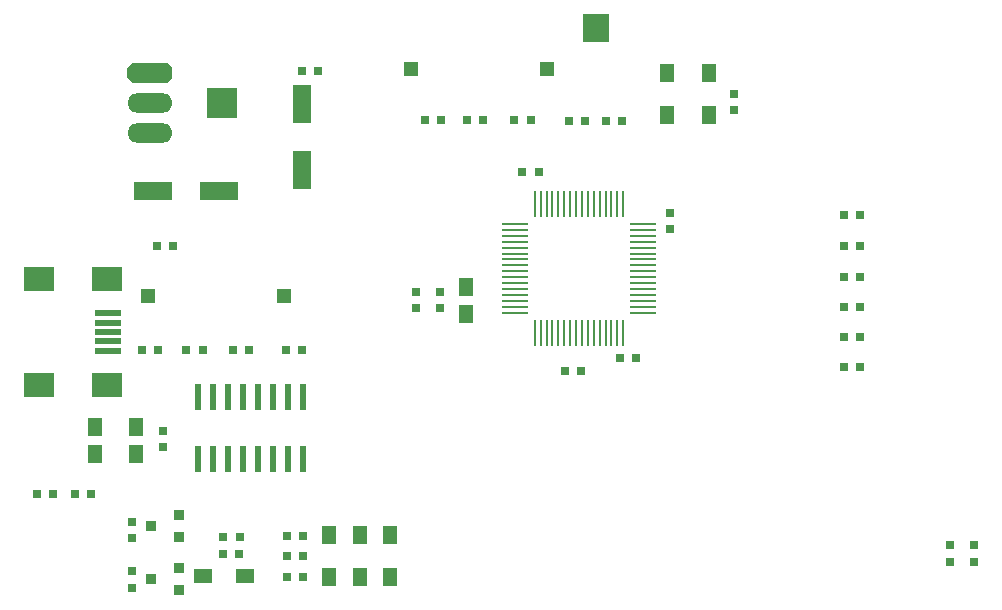
<source format=gtp>
%FSLAX24Y24*%
%MOIN*%
G70*
G01*
G75*
G04 Layer_Color=8421504*
%ADD10C,0.0050*%
%ADD11R,0.0500X0.0500*%
%ADD12R,0.0860X0.0921*%
%ADD13R,0.0100X0.0866*%
%ADD14R,0.0866X0.0100*%
%ADD15R,0.0300X0.0300*%
%ADD16R,0.0300X0.0300*%
%ADD17R,0.0374X0.0354*%
%ADD18R,0.0374X0.0354*%
%ADD19R,0.0500X0.0600*%
%ADD20R,0.0591X0.0512*%
%ADD21R,0.0512X0.0591*%
%ADD22R,0.0591X0.1260*%
%ADD23R,0.1260X0.0591*%
%ADD24R,0.0236X0.0866*%
G04:AMPARAMS|DCode=25|XSize=150mil|YSize=65mil|CornerRadius=0mil|HoleSize=0mil|Usage=FLASHONLY|Rotation=0.000|XOffset=0mil|YOffset=0mil|HoleType=Round|Shape=Octagon|*
%AMOCTAGOND25*
4,1,8,0.0750,-0.0163,0.0750,0.0163,0.0588,0.0325,-0.0588,0.0325,-0.0750,0.0163,-0.0750,-0.0163,-0.0588,-0.0325,0.0588,-0.0325,0.0750,-0.0163,0.0*
%
%ADD25OCTAGOND25*%

%ADD26O,0.1500X0.0650*%
%ADD27R,0.1000X0.1000*%
%ADD28R,0.0984X0.0787*%
%ADD29R,0.0906X0.0197*%
%ADD30R,0.0984X0.0787*%
%ADD31C,0.0150*%
%ADD32C,0.0060*%
%ADD33C,0.0200*%
%ADD34C,0.0300*%
%ADD35C,0.0120*%
%ADD36C,0.0400*%
%ADD37C,0.0600*%
%ADD38R,0.0870X0.0290*%
%ADD39R,0.1156X0.0353*%
%ADD40C,0.1181*%
%ADD41C,0.0500*%
%ADD42O,0.0400X0.0500*%
%ADD43C,0.0591*%
%ADD44R,0.0591X0.0591*%
%ADD45R,0.0591X0.0591*%
%ADD46C,0.0620*%
%ADD47C,0.0236*%
%ADD48C,0.0433*%
%ADD49C,0.0240*%
%ADD50O,0.0984X0.2362*%
G04:AMPARAMS|DCode=51|XSize=98.4mil|YSize=236.2mil|CornerRadius=0mil|HoleSize=0mil|Usage=FLASHONLY|Rotation=180.000|XOffset=0mil|YOffset=0mil|HoleType=Round|Shape=Octagon|*
%AMOCTAGOND51*
4,1,8,0.0246,-0.1181,-0.0246,-0.1181,-0.0492,-0.0935,-0.0492,0.0935,-0.0246,0.1181,0.0246,0.1181,0.0492,0.0935,0.0492,-0.0935,0.0246,-0.1181,0.0*
%
%ADD51OCTAGOND51*%

%ADD52R,0.0550X0.0650*%
%ADD53R,0.0520X0.0715*%
%ADD54C,0.0100*%
%ADD55C,0.0080*%
%ADD56C,0.0079*%
%ADD57C,0.0098*%
%ADD58R,0.0100X0.0300*%
%ADD59R,0.0300X0.0100*%
%ADD60R,0.0107X0.0800*%
%ADD61R,0.0800X0.0107*%
D11*
X4697Y13491D02*
D03*
X9224D02*
D03*
X17973Y21071D02*
D03*
X13446D02*
D03*
D12*
X19630Y22425D02*
D03*
D13*
X17572Y16561D02*
D03*
X17769Y16561D02*
D03*
X17966Y16561D02*
D03*
X18163D02*
D03*
X18359Y16561D02*
D03*
X18556Y16561D02*
D03*
X18753D02*
D03*
X18950Y16561D02*
D03*
X19147Y16561D02*
D03*
X19344D02*
D03*
X19541D02*
D03*
X19737Y16561D02*
D03*
X19934Y16561D02*
D03*
X20131D02*
D03*
X20328Y16561D02*
D03*
X20525Y16561D02*
D03*
X20525Y12269D02*
D03*
X20328D02*
D03*
X20131D02*
D03*
X19934Y12269D02*
D03*
X19737Y12269D02*
D03*
X19541D02*
D03*
X19344Y12269D02*
D03*
X19147Y12269D02*
D03*
X18950D02*
D03*
X18753Y12269D02*
D03*
X18556Y12269D02*
D03*
X18359D02*
D03*
X18163D02*
D03*
X17966Y12269D02*
D03*
X17769Y12269D02*
D03*
X17572D02*
D03*
D14*
X21194Y15891D02*
D03*
X21194Y15694D02*
D03*
X21194Y15498D02*
D03*
X21194Y15301D02*
D03*
Y15104D02*
D03*
X21194Y14907D02*
D03*
Y14710D02*
D03*
X21194Y14513D02*
D03*
X21194Y14316D02*
D03*
X21194Y14120D02*
D03*
X21194Y13923D02*
D03*
X21194Y13726D02*
D03*
X21194Y13529D02*
D03*
X21194Y13332D02*
D03*
X21194Y13135D02*
D03*
X21194Y12939D02*
D03*
X16903D02*
D03*
X16903Y13135D02*
D03*
X16903Y13332D02*
D03*
Y13529D02*
D03*
X16903Y13726D02*
D03*
Y13923D02*
D03*
X16903Y14120D02*
D03*
Y14316D02*
D03*
X16903Y14513D02*
D03*
X16903Y14710D02*
D03*
Y14907D02*
D03*
X16903Y15104D02*
D03*
X16903Y15301D02*
D03*
X16903Y15498D02*
D03*
X16903Y15694D02*
D03*
X16903Y15891D02*
D03*
D15*
X5015Y11690D02*
D03*
X4470Y11691D02*
D03*
X28420Y16200D02*
D03*
X27875Y16201D02*
D03*
X28420Y15165D02*
D03*
X27875Y15166D02*
D03*
X7735Y5460D02*
D03*
X7190Y5461D02*
D03*
X28420Y14130D02*
D03*
X27875Y14131D02*
D03*
X28420Y13130D02*
D03*
X27875Y13131D02*
D03*
X28420Y12130D02*
D03*
X27875Y12131D02*
D03*
X7180Y4891D02*
D03*
X7725Y4890D02*
D03*
X15855Y19361D02*
D03*
X15310Y19361D02*
D03*
X1515Y6900D02*
D03*
X970Y6901D02*
D03*
X2245Y6891D02*
D03*
X2790Y6891D02*
D03*
X9845Y5490D02*
D03*
X9300Y5491D02*
D03*
X9845Y4815D02*
D03*
X9300Y4816D02*
D03*
X9845Y4140D02*
D03*
X9300Y4141D02*
D03*
X4980Y15171D02*
D03*
X5525Y15170D02*
D03*
X9800Y20991D02*
D03*
X10345Y20990D02*
D03*
X7500Y11691D02*
D03*
X8045Y11690D02*
D03*
X6500D02*
D03*
X5955Y11691D02*
D03*
X9285D02*
D03*
X9830Y11690D02*
D03*
X28420Y11130D02*
D03*
X27875Y11131D02*
D03*
X14460Y19361D02*
D03*
X13915Y19361D02*
D03*
X20400Y11421D02*
D03*
X20945Y11420D02*
D03*
X16895Y19371D02*
D03*
X17440Y19371D02*
D03*
X19260Y19311D02*
D03*
X18715Y19311D02*
D03*
X18565Y10981D02*
D03*
X19110Y10980D02*
D03*
X19950Y19311D02*
D03*
X20495Y19310D02*
D03*
X17705Y17620D02*
D03*
X17160Y17621D02*
D03*
D16*
X4140Y4311D02*
D03*
X4139Y3766D02*
D03*
X13611Y13626D02*
D03*
X13610Y13081D02*
D03*
X4141Y5416D02*
D03*
X4141Y5961D02*
D03*
X32219Y4636D02*
D03*
X32220Y5181D02*
D03*
X14420Y13081D02*
D03*
X14421Y13626D02*
D03*
X31399Y4636D02*
D03*
X31400Y5181D02*
D03*
X5181Y8996D02*
D03*
X5180Y8451D02*
D03*
X22090Y15720D02*
D03*
X22091Y16265D02*
D03*
X24229Y19676D02*
D03*
X24230Y20221D02*
D03*
D17*
X4780Y4061D02*
D03*
X5705Y3687D02*
D03*
X5700Y5453D02*
D03*
X4775Y5827D02*
D03*
D18*
X5705Y4435D02*
D03*
X5700Y6201D02*
D03*
D19*
X2920Y9121D02*
D03*
Y8221D02*
D03*
X15280Y12891D02*
D03*
Y13791D02*
D03*
X4270Y9121D02*
D03*
Y8221D02*
D03*
D20*
X6530Y4161D02*
D03*
X7930D02*
D03*
D21*
X12750Y5541D02*
D03*
Y4141D02*
D03*
X11750Y5541D02*
D03*
Y4141D02*
D03*
X10700Y5541D02*
D03*
Y4141D02*
D03*
X23380Y19521D02*
D03*
Y20921D02*
D03*
X21980Y19541D02*
D03*
Y20941D02*
D03*
D22*
X9800Y17688D02*
D03*
Y19891D02*
D03*
D23*
X7052Y16981D02*
D03*
X4850D02*
D03*
D24*
X6350Y8067D02*
D03*
X6850D02*
D03*
X7350D02*
D03*
X7850D02*
D03*
X8350D02*
D03*
X8850D02*
D03*
X9350D02*
D03*
X9850D02*
D03*
X6350Y10114D02*
D03*
X6850D02*
D03*
X7350D02*
D03*
X7850D02*
D03*
X8350D02*
D03*
X8850D02*
D03*
X9350D02*
D03*
X9850D02*
D03*
D25*
X4760Y20911D02*
D03*
D26*
Y18911D02*
D03*
Y19911D02*
D03*
D27*
X7160D02*
D03*
D28*
X1036Y14043D02*
D03*
X3301D02*
D03*
X1036Y10539D02*
D03*
D29*
X3341Y11976D02*
D03*
Y12291D02*
D03*
Y12606D02*
D03*
Y12920D02*
D03*
Y11661D02*
D03*
D30*
X3301Y10539D02*
D03*
M02*

</source>
